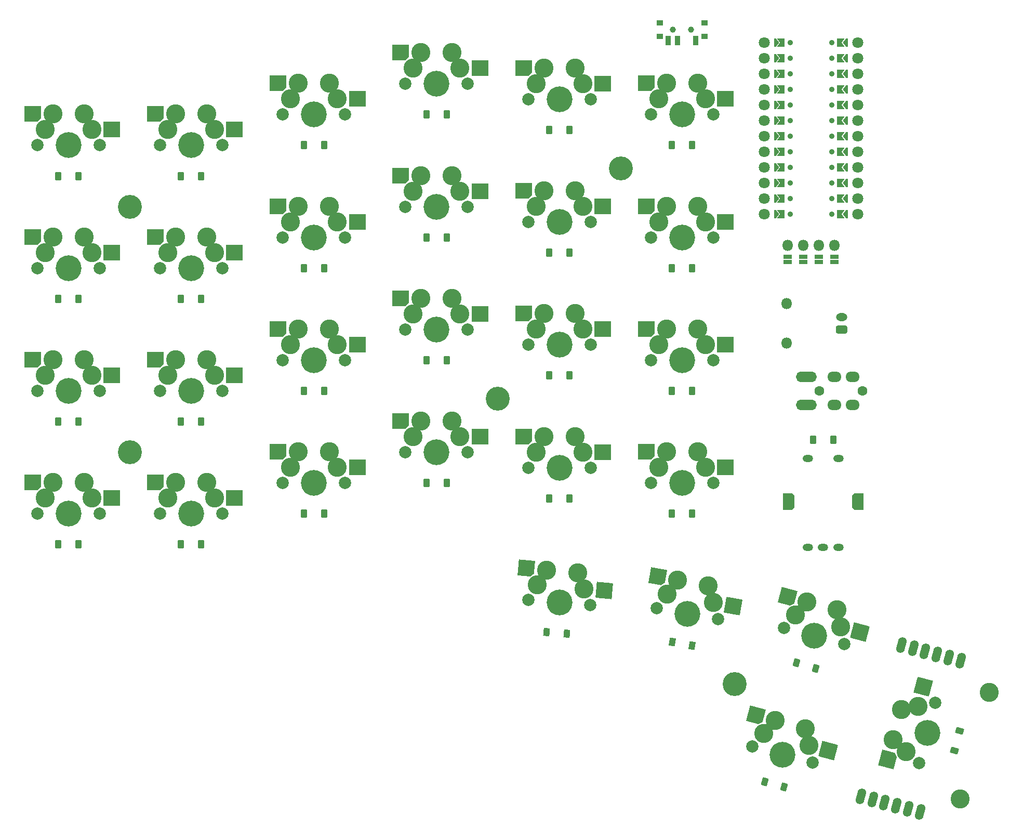
<source format=gts>
%TF.GenerationSoftware,KiCad,Pcbnew,9.0.4*%
%TF.CreationDate,2025-11-27T19:30:42+01:00*%
%TF.ProjectId,lag_large,6c61675f-6c61-4726-9765-2e6b69636164,v1.0.0*%
%TF.SameCoordinates,Original*%
%TF.FileFunction,Soldermask,Top*%
%TF.FilePolarity,Negative*%
%FSLAX46Y46*%
G04 Gerber Fmt 4.6, Leading zero omitted, Abs format (unit mm)*
G04 Created by KiCad (PCBNEW 9.0.4) date 2025-11-27 19:30:42*
%MOMM*%
%LPD*%
G01*
G04 APERTURE LIST*
G04 Aperture macros list*
%AMRoundRect*
0 Rectangle with rounded corners*
0 $1 Rounding radius*
0 $2 $3 $4 $5 $6 $7 $8 $9 X,Y pos of 4 corners*
0 Add a 4 corners polygon primitive as box body*
4,1,4,$2,$3,$4,$5,$6,$7,$8,$9,$2,$3,0*
0 Add four circle primitives for the rounded corners*
1,1,$1+$1,$2,$3*
1,1,$1+$1,$4,$5*
1,1,$1+$1,$6,$7*
1,1,$1+$1,$8,$9*
0 Add four rect primitives between the rounded corners*
20,1,$1+$1,$2,$3,$4,$5,0*
20,1,$1+$1,$4,$5,$6,$7,0*
20,1,$1+$1,$6,$7,$8,$9,0*
20,1,$1+$1,$8,$9,$2,$3,0*%
%AMHorizOval*
0 Thick line with rounded ends*
0 $1 width*
0 $2 $3 position (X,Y) of the first rounded end (center of the circle)*
0 $4 $5 position (X,Y) of the second rounded end (center of the circle)*
0 Add line between two ends*
20,1,$1,$2,$3,$4,$5,0*
0 Add two circle primitives to create the rounded ends*
1,1,$1,$2,$3*
1,1,$1,$4,$5*%
%AMFreePoly0*
4,1,15,0.975355,0.935355,1.335355,0.575355,1.350000,0.540000,1.350000,-0.900000,1.335355,-0.935355,1.300000,-0.950000,-1.300000,-0.950000,-1.335355,-0.935355,-1.350000,-0.900000,-1.350000,0.540000,-1.335355,0.575355,-0.975355,0.935355,-0.940000,0.950000,0.940000,0.950000,0.975355,0.935355,0.975355,0.935355,$1*%
%AMFreePoly1*
4,1,15,1.335355,0.935355,1.350000,0.900000,1.350000,-0.540000,1.335355,-0.575355,0.975355,-0.935355,0.940000,-0.950000,-0.940000,-0.950000,-0.975355,-0.935355,-1.335355,-0.575355,-1.350000,-0.540000,-1.350000,0.900000,-1.335355,0.935355,-1.300000,0.950000,1.300000,0.950000,1.335355,0.935355,1.335355,0.935355,$1*%
%AMFreePoly2*
4,1,16,-0.214645,0.660355,-0.210957,0.656235,0.289043,0.031235,0.299694,-0.005522,0.289043,-0.031235,-0.210957,-0.656235,-0.244478,-0.674694,-0.250000,-0.675000,-0.500000,-0.675000,-0.535355,-0.660355,-0.550000,-0.625000,-0.550000,0.625000,-0.535355,0.660355,-0.500000,0.675000,-0.250000,0.675000,-0.214645,0.660355,-0.214645,0.660355,$1*%
%AMFreePoly3*
4,1,16,0.535355,0.660355,0.550000,0.625000,0.550000,-0.625000,0.535355,-0.660355,0.500000,-0.675000,-0.650000,-0.675000,-0.685355,-0.660355,-0.700000,-0.625000,-0.689043,-0.593765,-0.214031,0.000000,-0.689043,0.593765,-0.699694,0.630522,-0.681235,0.664043,-0.650000,0.675000,0.500000,0.675000,0.535355,0.660355,0.535355,0.660355,$1*%
%AMFreePoly4*
4,1,14,1.310355,1.285355,1.325000,1.250000,1.325000,-0.750000,1.310355,-0.785355,0.810355,-1.285355,0.775000,-1.300000,-1.275000,-1.300000,-1.310355,-1.285355,-1.325000,-1.250000,-1.325000,1.250000,-1.310355,1.285355,-1.275000,1.300000,1.275000,1.300000,1.310355,1.285355,1.310355,1.285355,$1*%
G04 Aperture macros list end*
%ADD10RoundRect,0.050000X-0.450000X-0.600000X0.450000X-0.600000X0.450000X0.600000X-0.450000X0.600000X0*%
%ADD11RoundRect,0.050000X-0.547352X-0.512743X0.338975X-0.669026X0.547352X0.512743X-0.338975X0.669026X0*%
%ADD12O,1.800000X1.800000*%
%ADD13RoundRect,0.050000X-0.600000X0.300000X-0.600000X-0.300000X0.600000X-0.300000X0.600000X0.300000X0*%
%ADD14RoundRect,0.050000X-0.500581X-0.558497X0.395994X-0.636937X0.500581X0.558497X-0.395994X0.636937X0*%
%ADD15RoundRect,0.050000X-0.589958X-0.463087X0.279375X-0.696024X0.589958X0.463087X-0.279375X0.696024X0*%
%ADD16FreePoly0,270.000000*%
%ADD17FreePoly1,270.000000*%
%ADD18O,1.700000X1.200000*%
%ADD19HorizOval,1.370000X-0.164350X-0.613363X0.164350X0.613363X0*%
%ADD20HorizOval,1.370000X0.164350X0.613363X-0.164350X-0.613363X0*%
%ADD21C,3.100000*%
%ADD22C,3.900000*%
%ADD23C,1.600000*%
%ADD24O,2.300000X1.700000*%
%ADD25O,3.400000X1.700000*%
%ADD26FreePoly2,180.000000*%
%ADD27C,1.800000*%
%ADD28FreePoly2,0.000000*%
%ADD29C,0.900000*%
%ADD30FreePoly3,180.000000*%
%ADD31FreePoly3,0.000000*%
%ADD32RoundRect,0.270833X0.654167X-0.379167X0.654167X0.379167X-0.654167X0.379167X-0.654167X-0.379167X0*%
%ADD33O,1.850000X1.300000*%
%ADD34RoundRect,0.050000X0.500000X0.400000X-0.500000X0.400000X-0.500000X-0.400000X0.500000X-0.400000X0*%
%ADD35C,1.000000*%
%ADD36RoundRect,0.050000X0.350000X0.750000X-0.350000X0.750000X-0.350000X-0.750000X0.350000X-0.750000X0*%
%ADD37RoundRect,0.050000X0.463087X-0.589958X0.696024X0.279375X-0.463087X0.589958X-0.696024X-0.279375X0*%
%ADD38C,2.000000*%
%ADD39C,4.200000*%
%ADD40RoundRect,0.050000X-1.275000X-1.250000X1.275000X-1.250000X1.275000X1.250000X-1.275000X1.250000X0*%
%ADD41FreePoly4,0.000000*%
%ADD42RoundRect,0.050000X-1.555079X-0.877413X0.908032X-1.537402X1.555079X0.877413X-0.908032X1.537402X0*%
%ADD43FreePoly4,345.000000*%
%ADD44RoundRect,0.050000X-1.379093X-1.134120X1.161204X-1.356367X1.379093X1.134120X-1.161204X1.356367X0*%
%ADD45FreePoly4,355.000000*%
%ADD46RoundRect,0.050000X0.877413X-1.555079X1.537402X0.908032X-0.877413X1.555079X-1.537402X-0.908032X0*%
%ADD47FreePoly4,75.000000*%
%ADD48RoundRect,0.050000X-1.472690X-1.009608X1.038570X-1.452411X1.472690X1.009608X-1.038570X1.452411X0*%
%ADD49FreePoly4,350.000000*%
G04 APERTURE END LIST*
D10*
%TO.C,D10*%
X105611375Y-120003198D03*
X108911377Y-120003198D03*
%TD*%
D11*
%TO.C,D26*%
X165648449Y-160924563D03*
X168898315Y-161497601D03*
%TD*%
D12*
%TO.C,S30*%
X184268864Y-105748192D03*
X184268868Y-112248204D03*
%TD*%
%TO.C,DISP1*%
X192078850Y-96298189D03*
X189538854Y-96298188D03*
X186998857Y-96298188D03*
X184458858Y-96298187D03*
D13*
X192078857Y-98148187D03*
X189538859Y-98148188D03*
X186998857Y-98148176D03*
X184458854Y-98148189D03*
X192078858Y-99048185D03*
X189538855Y-99048188D03*
X186998855Y-99048191D03*
X184458856Y-99048187D03*
%TD*%
D14*
%TO.C,D25*%
X145186856Y-159297858D03*
X148474302Y-159585472D03*
%TD*%
D15*
%TO.C,D28*%
X180713378Y-183649352D03*
X183900934Y-184503452D03*
%TD*%
D10*
%TO.C,D23*%
X165618863Y-100000685D03*
X168918865Y-100000685D03*
%TD*%
%TO.C,D7*%
X85608863Y-105000689D03*
X88908865Y-105000689D03*
%TD*%
%TO.C,D16*%
X125613877Y-74998188D03*
X128913879Y-74998188D03*
%TD*%
%TO.C,D11*%
X105611370Y-100000685D03*
X108911372Y-100000685D03*
%TD*%
%TO.C,D8*%
X85608860Y-84998198D03*
X88908862Y-84998198D03*
%TD*%
%TO.C,D17*%
X145616360Y-137505686D03*
X148916362Y-137505686D03*
%TD*%
D16*
%TO.C,RE1*%
X184668849Y-137998194D03*
D17*
X195868847Y-137998194D03*
D18*
X192768852Y-145498192D03*
X190268847Y-145498193D03*
X187768845Y-145498195D03*
X187768854Y-130998195D03*
X192768848Y-130998197D03*
%TD*%
D10*
%TO.C,D12*%
X105611357Y-79998195D03*
X108911359Y-79998195D03*
%TD*%
D19*
%TO.C,XX1*%
X212652482Y-163970250D03*
X210720635Y-163452613D03*
X208788778Y-162934975D03*
X206856927Y-162417339D03*
X204925075Y-161899700D03*
D20*
X202993225Y-161382058D03*
D21*
X212625538Y-186480289D03*
%TD*%
D10*
%TO.C,D22*%
X165618860Y-120003179D03*
X168918862Y-120003179D03*
%TD*%
%TO.C,D5*%
X85608866Y-145005688D03*
X88908868Y-145005688D03*
%TD*%
D22*
%TO.C,H3*%
X77257621Y-130004429D03*
%TD*%
%TO.C,H2*%
X157267623Y-83749448D03*
%TD*%
D10*
%TO.C,D3*%
X65606365Y-105000694D03*
X68906367Y-105000694D03*
%TD*%
D23*
%TO.C,TRRS1*%
X196668878Y-119998190D03*
X189668880Y-119998193D03*
D24*
X195068879Y-117698194D03*
X195068882Y-122298193D03*
X192068881Y-117698190D03*
X192068879Y-122298191D03*
D25*
X187518876Y-117698194D03*
X187518880Y-122298193D03*
%TD*%
D10*
%TO.C,D24*%
X165618859Y-79998171D03*
X168918861Y-79998171D03*
%TD*%
D26*
%TO.C,MCU1*%
X193768865Y-63298202D03*
D27*
X195888867Y-63298202D03*
D26*
X193768866Y-65838194D03*
D27*
X195888873Y-65838197D03*
D26*
X193768864Y-68378203D03*
D27*
X195888868Y-68378196D03*
D26*
X193768868Y-70918203D03*
D27*
X195888863Y-70918203D03*
D26*
X193768868Y-73458203D03*
D27*
X195888866Y-73458202D03*
D26*
X193768865Y-75998197D03*
D27*
X195888867Y-75998203D03*
D26*
X193768866Y-78538198D03*
D27*
X195888866Y-78538204D03*
D26*
X193768867Y-81078202D03*
D27*
X195888860Y-81078202D03*
D26*
X193768867Y-83618201D03*
D27*
X195888873Y-83618203D03*
D26*
X193768867Y-86158205D03*
D27*
X195888867Y-86158202D03*
D26*
X193768866Y-88698204D03*
D27*
X195888866Y-88698200D03*
D26*
X193768869Y-91238206D03*
D27*
X195888864Y-91238199D03*
X180648871Y-91238206D03*
D28*
X182768867Y-91238205D03*
D27*
X180648867Y-88698202D03*
D28*
X182768869Y-88698202D03*
D27*
X180648861Y-86158207D03*
D28*
X182768868Y-86158210D03*
D27*
X180648866Y-83618208D03*
D28*
X182768870Y-83618201D03*
D27*
X180648871Y-81078201D03*
D28*
X182768866Y-81078201D03*
D27*
X180648868Y-78538202D03*
D28*
X182768866Y-78538201D03*
D27*
X180648867Y-75998201D03*
D28*
X182768869Y-75998207D03*
D27*
X180648868Y-73458200D03*
D28*
X182768868Y-73458206D03*
D27*
X180648874Y-70918202D03*
D28*
X182768867Y-70918202D03*
D27*
X180648861Y-68378201D03*
D28*
X182768867Y-68378203D03*
D27*
X180648867Y-65838202D03*
D28*
X182768867Y-65838199D03*
D27*
X180648868Y-63298204D03*
D28*
X182768868Y-63298200D03*
D29*
X191668868Y-63298202D03*
D30*
X193043866Y-63298201D03*
D29*
X191668866Y-65838201D03*
D30*
X193043865Y-65838201D03*
D29*
X191668869Y-68378202D03*
D30*
X193043868Y-68378201D03*
D29*
X191668867Y-70918204D03*
D30*
X193043866Y-70918203D03*
D29*
X191668869Y-73458202D03*
D30*
X193043866Y-73458200D03*
D29*
X191668868Y-75998197D03*
D30*
X193043868Y-75998202D03*
D29*
X191668865Y-78538203D03*
D30*
X193043867Y-78538204D03*
D29*
X191668869Y-81078203D03*
D30*
X193043867Y-81078196D03*
D29*
X191668867Y-83618200D03*
D30*
X193043869Y-83618202D03*
D29*
X191668868Y-86158201D03*
D30*
X193043867Y-86158202D03*
D29*
X191668861Y-88698200D03*
D30*
X193043869Y-88698198D03*
D29*
X191668868Y-91238201D03*
D30*
X193043868Y-91238203D03*
D31*
X183493866Y-91238202D03*
D29*
X184868866Y-91238205D03*
D31*
X183493868Y-88698203D03*
D29*
X184868866Y-88698202D03*
D31*
X183493869Y-86158203D03*
D29*
X184868868Y-86158203D03*
D31*
X183493866Y-83618203D03*
D29*
X184868865Y-83618202D03*
D31*
X183493868Y-81078201D03*
D29*
X184868867Y-81078200D03*
D31*
X183493868Y-78538204D03*
D29*
X184868865Y-78538202D03*
D31*
X183493866Y-75998202D03*
D29*
X184868866Y-75998207D03*
D31*
X183493867Y-73458200D03*
D29*
X184868869Y-73458201D03*
D31*
X183493867Y-70918208D03*
D29*
X184868865Y-70918201D03*
D31*
X183493865Y-68378202D03*
D29*
X184868867Y-68378204D03*
D31*
X183493867Y-65838202D03*
D29*
X184868866Y-65838203D03*
D31*
X183493865Y-63298206D03*
D29*
X184868873Y-63298204D03*
%TD*%
D10*
%TO.C,D2*%
X65606372Y-125003193D03*
X68906374Y-125003193D03*
%TD*%
D32*
%TO.C,_30*%
X193268859Y-109998196D03*
D33*
X193268857Y-107998195D03*
%TD*%
D10*
%TO.C,D18*%
X145616369Y-117503191D03*
X148916371Y-117503191D03*
%TD*%
D22*
%TO.C,H4*%
X137265104Y-121254437D03*
%TD*%
%TO.C,H5*%
X175871428Y-167766906D03*
%TD*%
D10*
%TO.C,D19*%
X145616356Y-97500687D03*
X148916358Y-97500687D03*
%TD*%
D34*
%TO.C,T1*%
X170918875Y-62253193D03*
X170918873Y-60043187D03*
D35*
X168768869Y-61143190D03*
X168768869Y-61143190D03*
X165768872Y-61143189D03*
X165768872Y-61143189D03*
D36*
X165018870Y-62903192D03*
D34*
X163618872Y-62253189D03*
X163618871Y-60043189D03*
D36*
X169518873Y-62903185D03*
X166518874Y-62903190D03*
%TD*%
D10*
%TO.C,D14*%
X125613864Y-115003186D03*
X128913866Y-115003186D03*
%TD*%
D15*
%TO.C,D27*%
X185890396Y-164328419D03*
X189077952Y-165182519D03*
%TD*%
D10*
%TO.C,D4*%
X65606352Y-84998197D03*
X68906354Y-84998197D03*
%TD*%
D22*
%TO.C,H1*%
X77257618Y-89999449D03*
%TD*%
D10*
%TO.C,D9*%
X105611360Y-140005701D03*
X108911362Y-140005701D03*
%TD*%
%TO.C,D30*%
X188618853Y-127998186D03*
X191918855Y-127998186D03*
%TD*%
%TO.C,D21*%
X165618857Y-140005692D03*
X168918859Y-140005692D03*
%TD*%
D19*
%TO.C,XX2*%
X206052619Y-188601364D03*
X204120769Y-188083726D03*
X202188912Y-187566082D03*
X200257065Y-187048448D03*
X198325212Y-186530811D03*
D20*
X196393361Y-186013172D03*
D21*
X217284304Y-169093625D03*
%TD*%
D10*
%TO.C,D15*%
X125613859Y-95000691D03*
X128913861Y-95000691D03*
%TD*%
D37*
%TO.C,D29*%
X211630102Y-178604276D03*
X212484202Y-175416720D03*
%TD*%
D10*
%TO.C,D13*%
X125613851Y-135005680D03*
X128913853Y-135005680D03*
%TD*%
%TO.C,D20*%
X145616354Y-77498173D03*
X148916356Y-77498173D03*
%TD*%
%TO.C,D6*%
X85608864Y-125003182D03*
X88908866Y-125003182D03*
%TD*%
%TO.C,D1*%
X65606372Y-145005693D03*
X68906374Y-145005693D03*
%TD*%
D38*
%TO.C,S16*%
X122183858Y-69998185D03*
D21*
X123453862Y-67458185D03*
X124723858Y-64918184D03*
D39*
X127263858Y-69998185D03*
D21*
X129803857Y-64918179D03*
X131073858Y-67458184D03*
D38*
X132343858Y-69998185D03*
D40*
X134348858Y-67458183D03*
D41*
X121421858Y-64918185D03*
%TD*%
D38*
%TO.C,S1*%
X62176358Y-140005695D03*
D21*
X63446362Y-137465695D03*
X64716358Y-134925694D03*
D39*
X67256358Y-140005695D03*
D21*
X69796357Y-134925689D03*
X71066358Y-137465694D03*
D38*
X72336358Y-140005695D03*
D40*
X74341358Y-137465693D03*
D41*
X61414358Y-134925695D03*
%TD*%
D38*
%TO.C,S14*%
X122183861Y-110003191D03*
D21*
X123453865Y-107463191D03*
X124723861Y-104923190D03*
D39*
X127263861Y-110003191D03*
D21*
X129803860Y-104923185D03*
X131073861Y-107463190D03*
D38*
X132343861Y-110003191D03*
D40*
X134348861Y-107463189D03*
D41*
X121421861Y-104923191D03*
%TD*%
D38*
%TO.C,S7*%
X82178859Y-100000678D03*
D21*
X83448863Y-97460678D03*
X84718859Y-94920677D03*
D39*
X87258859Y-100000678D03*
D21*
X89798858Y-94920672D03*
X91068859Y-97460677D03*
D38*
X92338859Y-100000678D03*
D40*
X94343859Y-97460676D03*
D41*
X81416859Y-94920678D03*
%TD*%
D38*
%TO.C,S20*%
X142186364Y-72498199D03*
D21*
X143456368Y-69958199D03*
X144726364Y-67418198D03*
D39*
X147266364Y-72498199D03*
D21*
X149806363Y-67418193D03*
X151076364Y-69958198D03*
D38*
X152346364Y-72498199D03*
D40*
X154351364Y-69958197D03*
D41*
X141424364Y-67418199D03*
%TD*%
D38*
%TO.C,S27*%
X183871369Y-158611032D03*
D21*
X185755495Y-156486279D03*
X187639621Y-154361530D03*
D39*
X188778273Y-159925832D03*
D21*
X192546524Y-155676328D03*
X193115853Y-158458480D03*
D38*
X193685177Y-161240632D03*
D42*
X196279259Y-159306116D03*
D43*
X184450136Y-153506909D03*
%TD*%
D38*
%TO.C,S17*%
X142186373Y-132505698D03*
D21*
X143456377Y-129965698D03*
X144726373Y-127425697D03*
D39*
X147266373Y-132505698D03*
D21*
X149806372Y-127425692D03*
X151076373Y-129965697D03*
D38*
X152346373Y-132505698D03*
D40*
X154351373Y-129965696D03*
D41*
X141424373Y-127425698D03*
%TD*%
D38*
%TO.C,S19*%
X142186354Y-92500680D03*
D21*
X143456358Y-89960680D03*
X144726354Y-87420679D03*
D39*
X147266354Y-92500680D03*
D21*
X149806353Y-87420674D03*
X151076354Y-89960679D03*
D38*
X152346354Y-92500680D03*
D40*
X154351354Y-89960678D03*
D41*
X141424354Y-87420680D03*
%TD*%
D38*
%TO.C,S12*%
X102181371Y-74998181D03*
D21*
X103451375Y-72458181D03*
X104721371Y-69918180D03*
D39*
X107261371Y-74998181D03*
D21*
X109801370Y-69918175D03*
X111071371Y-72458180D03*
D38*
X112341371Y-74998181D03*
D40*
X114346371Y-72458179D03*
D41*
X101419371Y-69918181D03*
%TD*%
D38*
%TO.C,S25*%
X142205688Y-154017935D03*
D21*
X143692231Y-151598286D03*
X145178775Y-149178639D03*
D39*
X147266358Y-154460684D03*
D21*
X150239442Y-149621387D03*
X151283236Y-152262412D03*
D38*
X152327028Y-154903433D03*
D44*
X154545773Y-152547849D03*
D45*
X141889341Y-148890853D03*
%TD*%
D38*
%TO.C,S21*%
X162188867Y-135005686D03*
D21*
X163458871Y-132465686D03*
X164728867Y-129925685D03*
D39*
X167268867Y-135005686D03*
D21*
X169808866Y-129925680D03*
X171078867Y-132465685D03*
D38*
X172348867Y-135005686D03*
D40*
X174353867Y-132465684D03*
D41*
X161426867Y-129925686D03*
%TD*%
D38*
%TO.C,S11*%
X102181363Y-95000683D03*
D21*
X103451367Y-92460683D03*
X104721363Y-89920682D03*
D39*
X107261363Y-95000683D03*
D21*
X109801362Y-89920677D03*
X111071363Y-92460682D03*
D38*
X112341363Y-95000683D03*
D40*
X114346363Y-92460681D03*
D41*
X101419363Y-89920683D03*
%TD*%
D38*
%TO.C,S4*%
X62176358Y-79998183D03*
D21*
X63446362Y-77458183D03*
X64716358Y-74918182D03*
D39*
X67256358Y-79998183D03*
D21*
X69796357Y-74918177D03*
X71066358Y-77458182D03*
D38*
X72336358Y-79998183D03*
D40*
X74341358Y-77458181D03*
D41*
X61414358Y-74918183D03*
%TD*%
D38*
%TO.C,S5*%
X82178865Y-140005673D03*
D21*
X83448869Y-137465673D03*
X84718865Y-134925672D03*
D39*
X87258865Y-140005673D03*
D21*
X89798864Y-134925667D03*
X91068865Y-137465672D03*
D38*
X92338865Y-140005673D03*
D40*
X94343865Y-137465671D03*
D41*
X81416865Y-134925673D03*
%TD*%
D38*
%TO.C,S3*%
X62176374Y-100000691D03*
D21*
X63446378Y-97460691D03*
X64716374Y-94920690D03*
D39*
X67256374Y-100000691D03*
D21*
X69796373Y-94920685D03*
X71066374Y-97460690D03*
D38*
X72336374Y-100000691D03*
D40*
X74341374Y-97460689D03*
D41*
X61414374Y-94920691D03*
%TD*%
D38*
%TO.C,S13*%
X122183859Y-130005687D03*
D21*
X123453863Y-127465687D03*
X124723859Y-124925686D03*
D39*
X127263859Y-130005687D03*
D21*
X129803858Y-124925681D03*
X131073859Y-127465686D03*
D38*
X132343859Y-130005687D03*
D40*
X134348859Y-127465685D03*
D41*
X121421859Y-124925687D03*
%TD*%
D38*
%TO.C,S9*%
X102181371Y-135005687D03*
D21*
X103451375Y-132465687D03*
X104721371Y-129925686D03*
D39*
X107261371Y-135005687D03*
D21*
X109801370Y-129925681D03*
X111071371Y-132465686D03*
D38*
X112341371Y-135005687D03*
D40*
X114346371Y-132465685D03*
D41*
X101419371Y-129925687D03*
%TD*%
D38*
%TO.C,S28*%
X178694342Y-177931965D03*
D21*
X180578468Y-175807212D03*
X182462594Y-173682463D03*
D39*
X183601246Y-179246765D03*
D21*
X187369497Y-174997261D03*
X187938826Y-177779413D03*
D38*
X188508150Y-180561565D03*
D42*
X191102232Y-178627049D03*
D43*
X179273109Y-172827842D03*
%TD*%
D38*
%TO.C,S18*%
X142186373Y-112503196D03*
D21*
X143456377Y-109963196D03*
X144726373Y-107423195D03*
D39*
X147266373Y-112503196D03*
D21*
X149806372Y-107423190D03*
X151076373Y-109963195D03*
D38*
X152346373Y-112503196D03*
D40*
X154351373Y-109963194D03*
D41*
X141424373Y-107423196D03*
%TD*%
D38*
%TO.C,S23*%
X162188870Y-95000698D03*
D21*
X163458874Y-92460698D03*
X164728870Y-89920697D03*
D39*
X167268870Y-95000698D03*
D21*
X169808869Y-89920692D03*
X171078870Y-92460697D03*
D38*
X172348870Y-95000698D03*
D40*
X174353870Y-92460696D03*
D41*
X161426870Y-89920698D03*
%TD*%
D38*
%TO.C,S8*%
X82178858Y-79998188D03*
D21*
X83448862Y-77458188D03*
X84718858Y-74918187D03*
D39*
X87258858Y-79998188D03*
D21*
X89798857Y-74918182D03*
X91068858Y-77458187D03*
D38*
X92338858Y-79998188D03*
D40*
X94343858Y-77458186D03*
D41*
X81416858Y-74918188D03*
%TD*%
D38*
%TO.C,S24*%
X162188868Y-74998191D03*
D21*
X163458872Y-72458191D03*
X164728868Y-69918190D03*
D39*
X167268868Y-74998191D03*
D21*
X169808867Y-69918185D03*
X171078868Y-72458190D03*
D38*
X172348868Y-74998191D03*
D40*
X174353868Y-72458189D03*
D41*
X161426868Y-69918191D03*
%TD*%
D38*
%TO.C,S29*%
X205912712Y-180623308D03*
D21*
X203787959Y-178739182D03*
X201663210Y-176855056D03*
D39*
X207227512Y-175716404D03*
D21*
X202978008Y-171948153D03*
X205760160Y-171378824D03*
D38*
X208542312Y-170809500D03*
D46*
X206607796Y-168215418D03*
D47*
X200808589Y-180044541D03*
%TD*%
D38*
%TO.C,S6*%
X82178857Y-120003188D03*
D21*
X83448861Y-117463188D03*
X84718857Y-114923187D03*
D39*
X87258857Y-120003188D03*
D21*
X89798856Y-114923182D03*
X91068857Y-117463187D03*
D38*
X92338857Y-120003188D03*
D40*
X94343857Y-117463186D03*
D41*
X81416857Y-114923188D03*
%TD*%
D38*
%TO.C,S22*%
X162188859Y-115003190D03*
D21*
X163458863Y-112463190D03*
X164728859Y-109923189D03*
D39*
X167268859Y-115003190D03*
D21*
X169808858Y-109923184D03*
X171078859Y-112463189D03*
D38*
X172348859Y-115003190D03*
D40*
X174353859Y-112463188D03*
D41*
X161426859Y-109923190D03*
%TD*%
D38*
%TO.C,S15*%
X122183871Y-90000693D03*
D21*
X123453875Y-87460693D03*
X124723871Y-84920692D03*
D39*
X127263871Y-90000693D03*
D21*
X129803870Y-84920687D03*
X131073871Y-87460692D03*
D38*
X132343871Y-90000693D03*
D40*
X134348871Y-87460691D03*
D41*
X121421871Y-84920693D03*
%TD*%
D38*
%TO.C,S10*%
X102181353Y-115003196D03*
D21*
X103451357Y-112463196D03*
X104721353Y-109923195D03*
D39*
X107261353Y-115003196D03*
D21*
X109801352Y-109923190D03*
X111071353Y-112463195D03*
D38*
X112341353Y-115003196D03*
D40*
X114346353Y-112463194D03*
D41*
X101419353Y-109923196D03*
%TD*%
D38*
%TO.C,S2*%
X62176364Y-120003191D03*
D21*
X63446368Y-117463191D03*
X64716364Y-114923190D03*
D39*
X67256364Y-120003191D03*
D21*
X69796363Y-114923185D03*
X71066364Y-117463190D03*
D38*
X72336364Y-120003191D03*
D40*
X74341364Y-117463189D03*
D41*
X61414364Y-114923191D03*
%TD*%
D38*
%TO.C,S26*%
X163138795Y-155404902D03*
D21*
X164830570Y-153124023D03*
X166522339Y-150843143D03*
D39*
X168141619Y-156287033D03*
D21*
X171525163Y-151725270D03*
X172334803Y-154447220D03*
D38*
X173144443Y-157169164D03*
D48*
X175560049Y-155015921D03*
D49*
X163270507Y-150269758D03*
%TD*%
M02*

</source>
